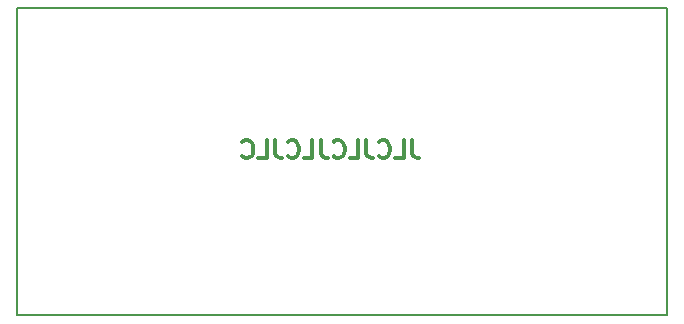
<source format=gbr>
%TF.GenerationSoftware,KiCad,Pcbnew,4.0.7*%
%TF.CreationDate,2021-06-18T00:55:45+09:00*%
%TF.ProjectId,NuTube_Conversion_Board,4E75547562655F436F6E76657273696F,rev?*%
%TF.FileFunction,Legend,Bot*%
%FSLAX46Y46*%
G04 Gerber Fmt 4.6, Leading zero omitted, Abs format (unit mm)*
G04 Created by KiCad (PCBNEW 4.0.7) date 06/18/21 00:55:45*
%MOMM*%
%LPD*%
G01*
G04 APERTURE LIST*
%ADD10C,0.100000*%
%ADD11C,0.300000*%
%ADD12C,0.150000*%
G04 APERTURE END LIST*
D10*
D11*
X154428572Y-108178571D02*
X154428572Y-109250000D01*
X154500000Y-109464286D01*
X154642857Y-109607143D01*
X154857143Y-109678571D01*
X155000000Y-109678571D01*
X153000000Y-109678571D02*
X153714286Y-109678571D01*
X153714286Y-108178571D01*
X151642857Y-109535714D02*
X151714286Y-109607143D01*
X151928572Y-109678571D01*
X152071429Y-109678571D01*
X152285714Y-109607143D01*
X152428572Y-109464286D01*
X152500000Y-109321429D01*
X152571429Y-109035714D01*
X152571429Y-108821429D01*
X152500000Y-108535714D01*
X152428572Y-108392857D01*
X152285714Y-108250000D01*
X152071429Y-108178571D01*
X151928572Y-108178571D01*
X151714286Y-108250000D01*
X151642857Y-108321429D01*
X150571429Y-108178571D02*
X150571429Y-109250000D01*
X150642857Y-109464286D01*
X150785714Y-109607143D01*
X151000000Y-109678571D01*
X151142857Y-109678571D01*
X149142857Y-109678571D02*
X149857143Y-109678571D01*
X149857143Y-108178571D01*
X147785714Y-109535714D02*
X147857143Y-109607143D01*
X148071429Y-109678571D01*
X148214286Y-109678571D01*
X148428571Y-109607143D01*
X148571429Y-109464286D01*
X148642857Y-109321429D01*
X148714286Y-109035714D01*
X148714286Y-108821429D01*
X148642857Y-108535714D01*
X148571429Y-108392857D01*
X148428571Y-108250000D01*
X148214286Y-108178571D01*
X148071429Y-108178571D01*
X147857143Y-108250000D01*
X147785714Y-108321429D01*
X146714286Y-108178571D02*
X146714286Y-109250000D01*
X146785714Y-109464286D01*
X146928571Y-109607143D01*
X147142857Y-109678571D01*
X147285714Y-109678571D01*
X145285714Y-109678571D02*
X146000000Y-109678571D01*
X146000000Y-108178571D01*
X143928571Y-109535714D02*
X144000000Y-109607143D01*
X144214286Y-109678571D01*
X144357143Y-109678571D01*
X144571428Y-109607143D01*
X144714286Y-109464286D01*
X144785714Y-109321429D01*
X144857143Y-109035714D01*
X144857143Y-108821429D01*
X144785714Y-108535714D01*
X144714286Y-108392857D01*
X144571428Y-108250000D01*
X144357143Y-108178571D01*
X144214286Y-108178571D01*
X144000000Y-108250000D01*
X143928571Y-108321429D01*
X142857143Y-108178571D02*
X142857143Y-109250000D01*
X142928571Y-109464286D01*
X143071428Y-109607143D01*
X143285714Y-109678571D01*
X143428571Y-109678571D01*
X141428571Y-109678571D02*
X142142857Y-109678571D01*
X142142857Y-108178571D01*
X140071428Y-109535714D02*
X140142857Y-109607143D01*
X140357143Y-109678571D01*
X140500000Y-109678571D01*
X140714285Y-109607143D01*
X140857143Y-109464286D01*
X140928571Y-109321429D01*
X141000000Y-109035714D01*
X141000000Y-108821429D01*
X140928571Y-108535714D01*
X140857143Y-108392857D01*
X140714285Y-108250000D01*
X140500000Y-108178571D01*
X140357143Y-108178571D01*
X140142857Y-108250000D01*
X140071428Y-108321429D01*
D12*
X176000000Y-97000000D02*
X176000000Y-123000000D01*
X121000000Y-97000000D02*
X121000000Y-123000000D01*
X176000000Y-123000000D02*
X121000000Y-123000000D01*
X121000000Y-97000000D02*
X176000000Y-97000000D01*
M02*

</source>
